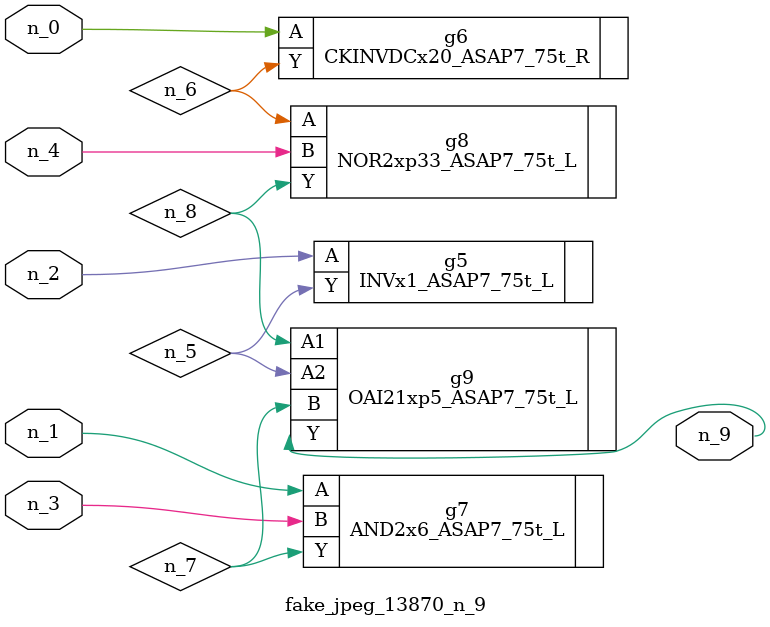
<source format=v>
module fake_jpeg_13870_n_9 (n_3, n_2, n_1, n_0, n_4, n_9);

input n_3;
input n_2;
input n_1;
input n_0;
input n_4;

output n_9;

wire n_8;
wire n_6;
wire n_5;
wire n_7;

INVx1_ASAP7_75t_L g5 ( 
.A(n_2),
.Y(n_5)
);

CKINVDCx20_ASAP7_75t_R g6 ( 
.A(n_0),
.Y(n_6)
);

AND2x6_ASAP7_75t_L g7 ( 
.A(n_1),
.B(n_3),
.Y(n_7)
);

NOR2xp33_ASAP7_75t_L g8 ( 
.A(n_6),
.B(n_4),
.Y(n_8)
);

OAI21xp5_ASAP7_75t_L g9 ( 
.A1(n_8),
.A2(n_5),
.B(n_7),
.Y(n_9)
);


endmodule
</source>
